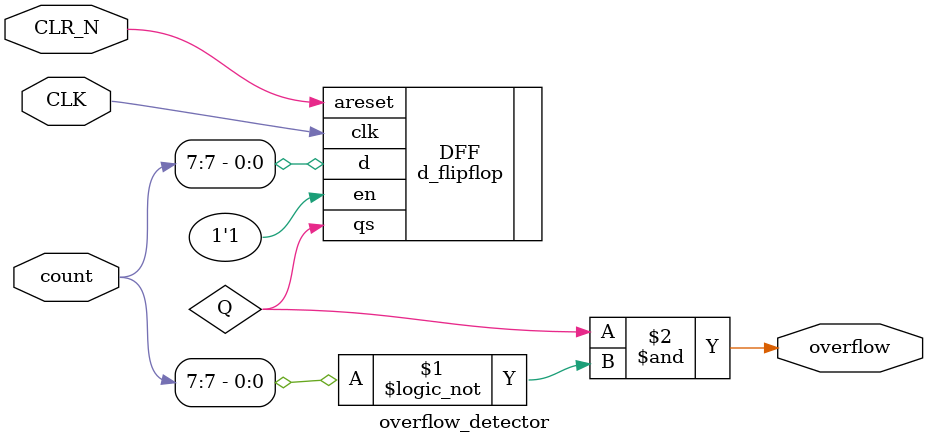
<source format=sv>
`timescale 1ns / 1ps


module overflow_detector(
        input logic CLK,
        input logic CLR_N,
        input logic [7:0] count,
        output logic overflow

    );
    logic Q;
    
    d_flipflop DFF(
        .clk(CLK),
        .areset(CLR_N),
        .en(1'b1),
        .d(count[7]),
        .qs(Q)
    );
    
    assign overflow = Q & !count[7];
    
endmodule

</source>
